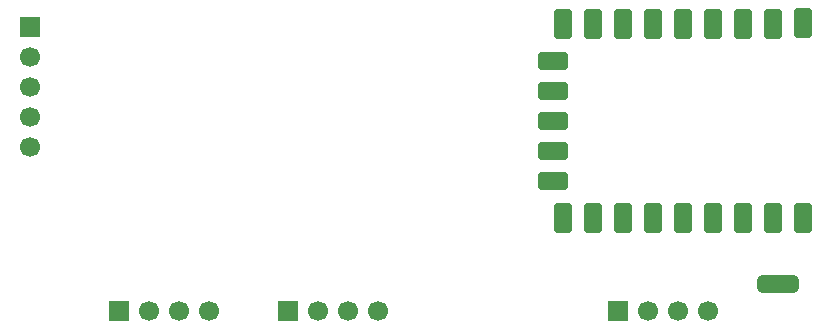
<source format=gbs>
%TF.GenerationSoftware,KiCad,Pcbnew,9.0.6*%
%TF.CreationDate,2025-12-01T20:52:41-05:00*%
%TF.ProjectId,Pico 2HP,5069636f-2032-4485-902e-6b696361645f,rev?*%
%TF.SameCoordinates,Original*%
%TF.FileFunction,Soldermask,Bot*%
%TF.FilePolarity,Negative*%
%FSLAX46Y46*%
G04 Gerber Fmt 4.6, Leading zero omitted, Abs format (unit mm)*
G04 Created by KiCad (PCBNEW 9.0.6) date 2025-12-01 20:52:41*
%MOMM*%
%LPD*%
G01*
G04 APERTURE LIST*
G04 Aperture macros list*
%AMRoundRect*
0 Rectangle with rounded corners*
0 $1 Rounding radius*
0 $2 $3 $4 $5 $6 $7 $8 $9 X,Y pos of 4 corners*
0 Add a 4 corners polygon primitive as box body*
4,1,4,$2,$3,$4,$5,$6,$7,$8,$9,$2,$3,0*
0 Add four circle primitives for the rounded corners*
1,1,$1+$1,$2,$3*
1,1,$1+$1,$4,$5*
1,1,$1+$1,$6,$7*
1,1,$1+$1,$8,$9*
0 Add four rect primitives between the rounded corners*
20,1,$1+$1,$2,$3,$4,$5,0*
20,1,$1+$1,$4,$5,$6,$7,0*
20,1,$1+$1,$6,$7,$8,$9,0*
20,1,$1+$1,$8,$9,$2,$3,0*%
%AMFreePoly0*
4,1,23,0.550000,-0.750000,0.000000,-0.750000,0.000000,-0.745722,-0.065263,-0.745722,-0.191342,-0.711940,-0.304381,-0.646677,-0.396677,-0.554381,-0.461940,-0.441342,-0.495722,-0.315263,-0.495722,-0.250000,-0.500000,-0.250000,-0.500000,0.250000,-0.495722,0.250000,-0.495722,0.315263,-0.461940,0.441342,-0.396677,0.554381,-0.304381,0.646677,-0.191342,0.711940,-0.065263,0.745722,0.000000,0.745722,
0.000000,0.750000,0.550000,0.750000,0.550000,-0.750000,0.550000,-0.750000,$1*%
%AMFreePoly1*
4,1,23,0.000000,0.745722,0.065263,0.745722,0.191342,0.711940,0.304381,0.646677,0.396677,0.554381,0.461940,0.441342,0.495722,0.315263,0.495722,0.250000,0.500000,0.250000,0.500000,-0.250000,0.495722,-0.250000,0.495722,-0.315263,0.461940,-0.441342,0.396677,-0.554381,0.304381,-0.646677,0.191342,-0.711940,0.065263,-0.745722,0.000000,-0.745722,0.000000,-0.750000,-0.550000,-0.750000,
-0.550000,0.750000,0.000000,0.750000,0.000000,0.745722,0.000000,0.745722,$1*%
G04 Aperture macros list end*
%ADD10R,1.700000X1.700000*%
%ADD11C,1.700000*%
%ADD12RoundRect,0.400000X-0.400000X0.900000X-0.400000X-0.900000X0.400000X-0.900000X0.400000X0.900000X0*%
%ADD13RoundRect,0.400050X-0.400050X0.899950X-0.400050X-0.899950X0.400050X-0.899950X0.400050X0.899950X0*%
%ADD14RoundRect,0.400000X-0.900000X0.400000X-0.900000X-0.400000X0.900000X-0.400000X0.900000X0.400000X0*%
%ADD15RoundRect,0.393700X-0.906300X0.393700X-0.906300X-0.393700X0.906300X-0.393700X0.906300X0.393700X0*%
%ADD16FreePoly0,0.000000*%
%ADD17R,1.000000X1.500000*%
%ADD18FreePoly1,0.000000*%
G04 APERTURE END LIST*
%TO.C,JP1*%
G36*
X140475000Y-76925000D02*
G01*
X141975000Y-76925000D01*
X141975000Y-75425000D01*
X140475000Y-75425000D01*
X140475000Y-76925000D01*
G37*
%TD*%
D10*
%TO.C,J2*%
X99750000Y-78475000D03*
D11*
X102290000Y-78475000D03*
X104830000Y-78475000D03*
X107370000Y-78475000D03*
%TD*%
D10*
%TO.C,J4*%
X77875000Y-54400000D03*
D11*
X77875000Y-56940000D03*
X77875000Y-59480000D03*
X77875000Y-62020000D03*
X77875000Y-64560000D03*
%TD*%
D10*
%TO.C,J1*%
X85425000Y-78475000D03*
D11*
X87965000Y-78475000D03*
X90505000Y-78475000D03*
X93045000Y-78475000D03*
%TD*%
D12*
%TO.C,RZ1*%
X143335000Y-70590000D03*
X140795000Y-70590000D03*
X138255000Y-70590000D03*
X135715000Y-70590000D03*
X133175000Y-70590000D03*
D13*
X130635000Y-70590000D03*
X128095000Y-70590000D03*
X125555000Y-70590000D03*
X123015000Y-70590000D03*
D14*
X122205000Y-67450000D03*
D15*
X122205000Y-64910000D03*
X122205000Y-62370000D03*
X122205000Y-59830000D03*
X122205000Y-57290000D03*
D13*
X123015000Y-54150000D03*
X125555000Y-54150000D03*
X128095000Y-54150000D03*
X130635000Y-54150000D03*
X133175000Y-54150000D03*
X135715000Y-54150000D03*
X138255000Y-54150000D03*
X140795000Y-54150000D03*
X143335000Y-54110000D03*
%TD*%
D10*
%TO.C,J3*%
X127700000Y-78475000D03*
D11*
X130240000Y-78475000D03*
X132780000Y-78475000D03*
X135320000Y-78475000D03*
%TD*%
D16*
%TO.C,JP1*%
X139925000Y-76175000D03*
D17*
X141225000Y-76175000D03*
D18*
X142525000Y-76175000D03*
%TD*%
M02*

</source>
